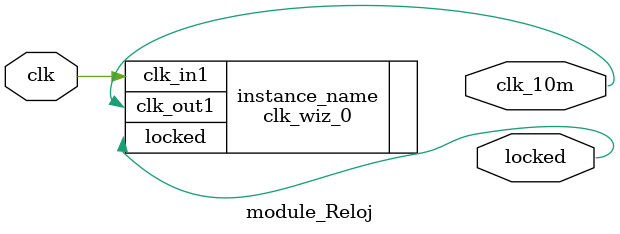
<source format=sv>
module module_Reloj (
    input  logic clk,      // Señal de reloj 100 MHz
    output logic clk_10m,  // Señal de reloj 10 MHz
    output logic locked    // Señal de reset
);
     clk_wiz_0 instance_name (
     
    // Clock out ports
    .clk_out1(clk_10m),     // Output clk_out1
    
    // Status and control signals
    .locked(locked),       // Output locked
    
   // Clock in ports
    .clk_in1(clk)          // Clock 100 MHz
    );

endmodule

</source>
